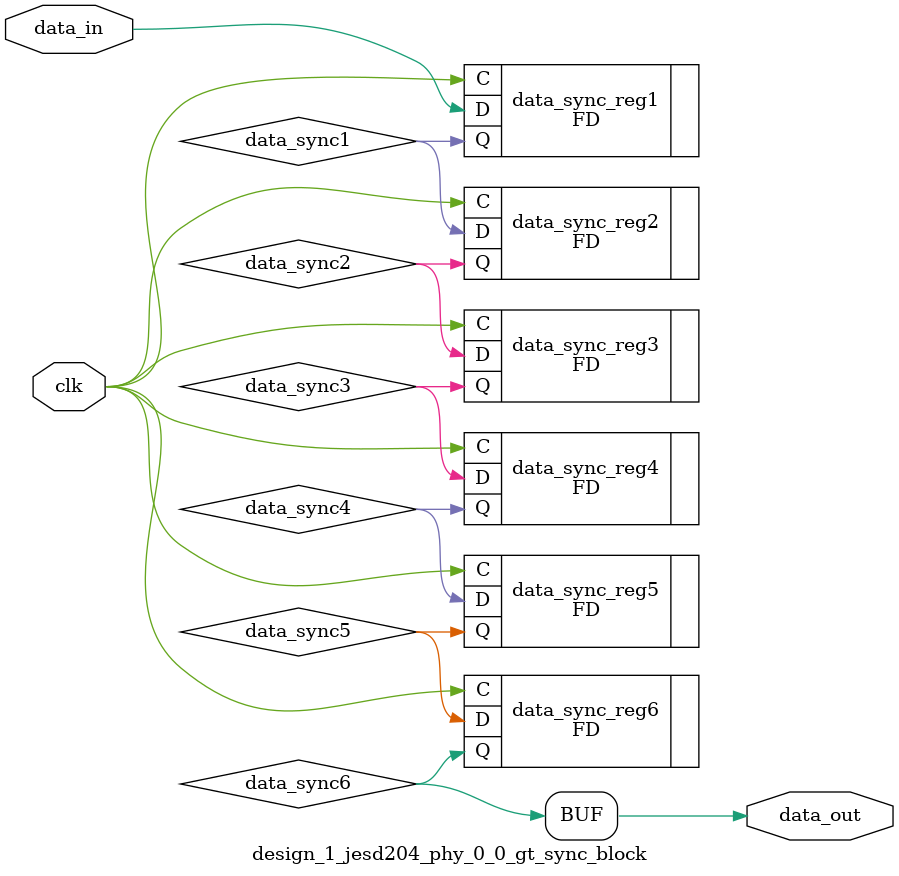
<source format=v>




`timescale 1ps / 1ps

//(* dont_touch = "yes" *)
module design_1_jesd204_phy_0_0_gt_sync_block #(
  parameter INITIALISE = 6'b000000
)
(
  input        clk,              // clock to be sync'ed to
  input        data_in,          // Data to be 'synced'
  output       data_out          // synced data
);

  // Internal Signals
  wire data_sync1;
  wire data_sync2;
  wire data_sync3;
  wire data_sync4;
  wire data_sync5;
  wire data_sync6;


  (* shreg_extract = "no", ASYNC_REG = "TRUE" *)
  FD #(
    .INIT (INITIALISE[0])
  ) data_sync_reg1 (
    .C  (clk),
    .D  (data_in),
    .Q  (data_sync1)
  );


  (* shreg_extract = "no", ASYNC_REG = "TRUE" *)
  FD #(
   .INIT (INITIALISE[1])
  ) data_sync_reg2 (
  .C  (clk),
  .D  (data_sync1),
  .Q  (data_sync2)
  );


  (* shreg_extract = "no", ASYNC_REG = "TRUE" *)
  FD #(
   .INIT (INITIALISE[2])
  ) data_sync_reg3 (
  .C  (clk),
  .D  (data_sync2),
  .Q  (data_sync3)
  );

  (* shreg_extract = "no", ASYNC_REG = "TRUE" *)
  FD #(
   .INIT (INITIALISE[3])
  ) data_sync_reg4 (
  .C  (clk),
  .D  (data_sync3),
  .Q  (data_sync4)
  );

  (* shreg_extract = "no", ASYNC_REG = "TRUE" *)
  FD #(
   .INIT (INITIALISE[4])
  ) data_sync_reg5 (
  .C  (clk),
  .D  (data_sync4),
  .Q  (data_sync5)
  );

  (* shreg_extract = "no", ASYNC_REG = "TRUE" *)
  FD #(
   .INIT (INITIALISE[5])
  ) data_sync_reg6 (
  .C  (clk),
  .D  (data_sync5),
  .Q  (data_sync6)
  );
  assign data_out = data_sync6;



endmodule

</source>
